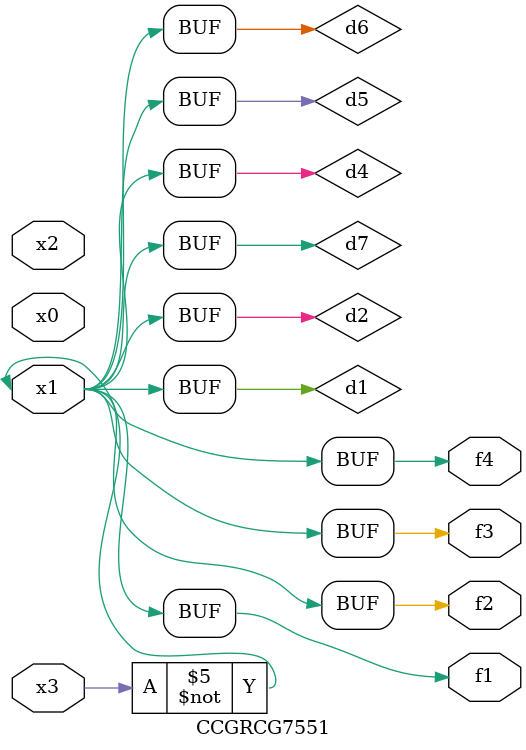
<source format=v>
module CCGRCG7551(
	input x0, x1, x2, x3,
	output f1, f2, f3, f4
);

	wire d1, d2, d3, d4, d5, d6, d7;

	not (d1, x3);
	buf (d2, x1);
	xnor (d3, d1, d2);
	nor (d4, d1);
	buf (d5, d1, d2);
	buf (d6, d4, d5);
	nand (d7, d4);
	assign f1 = d6;
	assign f2 = d7;
	assign f3 = d6;
	assign f4 = d6;
endmodule

</source>
